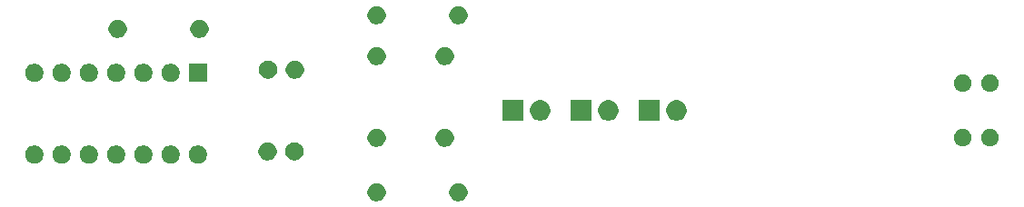
<source format=gbr>
%TF.GenerationSoftware,KiCad,Pcbnew,5.1.6-c6e7f7d~86~ubuntu18.04.1*%
%TF.CreationDate,2020-05-25T18:52:06+02:00*%
%TF.ProjectId,logical-probe-1,6c6f6769-6361-46c2-9d70-726f62652d31,1.0*%
%TF.SameCoordinates,PX3efb0c0PY9157080*%
%TF.FileFunction,Soldermask,Top*%
%TF.FilePolarity,Negative*%
%FSLAX46Y46*%
G04 Gerber Fmt 4.6, Leading zero omitted, Abs format (unit mm)*
G04 Created by KiCad (PCBNEW 5.1.6-c6e7f7d~86~ubuntu18.04.1) date 2020-05-25 18:52:06*
%MOMM*%
%LPD*%
G01*
G04 APERTURE LIST*
%ADD10C,0.150000*%
G04 APERTURE END LIST*
D10*
G36*
X76448228Y5898297D02*
G01*
X76603100Y5834147D01*
X76742481Y5741015D01*
X76861015Y5622481D01*
X76954147Y5483100D01*
X77018297Y5328228D01*
X77051000Y5163816D01*
X77051000Y4996184D01*
X77018297Y4831772D01*
X76954147Y4676900D01*
X76861015Y4537519D01*
X76742481Y4418985D01*
X76603100Y4325853D01*
X76448228Y4261703D01*
X76283816Y4229000D01*
X76116184Y4229000D01*
X75951772Y4261703D01*
X75796900Y4325853D01*
X75657519Y4418985D01*
X75538985Y4537519D01*
X75445853Y4676900D01*
X75381703Y4831772D01*
X75349000Y4996184D01*
X75349000Y5163816D01*
X75381703Y5328228D01*
X75445853Y5483100D01*
X75538985Y5622481D01*
X75657519Y5741015D01*
X75796900Y5834147D01*
X75951772Y5898297D01*
X76116184Y5931000D01*
X76283816Y5931000D01*
X76448228Y5898297D01*
G37*
G36*
X68828228Y5898297D02*
G01*
X68983100Y5834147D01*
X69122481Y5741015D01*
X69241015Y5622481D01*
X69334147Y5483100D01*
X69398297Y5328228D01*
X69431000Y5163816D01*
X69431000Y4996184D01*
X69398297Y4831772D01*
X69334147Y4676900D01*
X69241015Y4537519D01*
X69122481Y4418985D01*
X68983100Y4325853D01*
X68828228Y4261703D01*
X68663816Y4229000D01*
X68496184Y4229000D01*
X68331772Y4261703D01*
X68176900Y4325853D01*
X68037519Y4418985D01*
X67918985Y4537519D01*
X67825853Y4676900D01*
X67761703Y4831772D01*
X67729000Y4996184D01*
X67729000Y5163816D01*
X67761703Y5328228D01*
X67825853Y5483100D01*
X67918985Y5622481D01*
X68037519Y5741015D01*
X68176900Y5834147D01*
X68331772Y5898297D01*
X68496184Y5931000D01*
X68663816Y5931000D01*
X68828228Y5898297D01*
G37*
G36*
X39473228Y9403297D02*
G01*
X39628100Y9339147D01*
X39767481Y9246015D01*
X39886015Y9127481D01*
X39979147Y8988100D01*
X40043297Y8833228D01*
X40076000Y8668816D01*
X40076000Y8501184D01*
X40043297Y8336772D01*
X39979147Y8181900D01*
X39886015Y8042519D01*
X39767481Y7923985D01*
X39628100Y7830853D01*
X39473228Y7766703D01*
X39308816Y7734000D01*
X39141184Y7734000D01*
X38976772Y7766703D01*
X38821900Y7830853D01*
X38682519Y7923985D01*
X38563985Y8042519D01*
X38470853Y8181900D01*
X38406703Y8336772D01*
X38374000Y8501184D01*
X38374000Y8668816D01*
X38406703Y8833228D01*
X38470853Y8988100D01*
X38563985Y9127481D01*
X38682519Y9246015D01*
X38821900Y9339147D01*
X38976772Y9403297D01*
X39141184Y9436000D01*
X39308816Y9436000D01*
X39473228Y9403297D01*
G37*
G36*
X52173228Y9403297D02*
G01*
X52328100Y9339147D01*
X52467481Y9246015D01*
X52586015Y9127481D01*
X52679147Y8988100D01*
X52743297Y8833228D01*
X52776000Y8668816D01*
X52776000Y8501184D01*
X52743297Y8336772D01*
X52679147Y8181900D01*
X52586015Y8042519D01*
X52467481Y7923985D01*
X52328100Y7830853D01*
X52173228Y7766703D01*
X52008816Y7734000D01*
X51841184Y7734000D01*
X51676772Y7766703D01*
X51521900Y7830853D01*
X51382519Y7923985D01*
X51263985Y8042519D01*
X51170853Y8181900D01*
X51106703Y8336772D01*
X51074000Y8501184D01*
X51074000Y8668816D01*
X51106703Y8833228D01*
X51170853Y8988100D01*
X51263985Y9127481D01*
X51382519Y9246015D01*
X51521900Y9339147D01*
X51676772Y9403297D01*
X51841184Y9436000D01*
X52008816Y9436000D01*
X52173228Y9403297D01*
G37*
G36*
X49633228Y9403297D02*
G01*
X49788100Y9339147D01*
X49927481Y9246015D01*
X50046015Y9127481D01*
X50139147Y8988100D01*
X50203297Y8833228D01*
X50236000Y8668816D01*
X50236000Y8501184D01*
X50203297Y8336772D01*
X50139147Y8181900D01*
X50046015Y8042519D01*
X49927481Y7923985D01*
X49788100Y7830853D01*
X49633228Y7766703D01*
X49468816Y7734000D01*
X49301184Y7734000D01*
X49136772Y7766703D01*
X48981900Y7830853D01*
X48842519Y7923985D01*
X48723985Y8042519D01*
X48630853Y8181900D01*
X48566703Y8336772D01*
X48534000Y8501184D01*
X48534000Y8668816D01*
X48566703Y8833228D01*
X48630853Y8988100D01*
X48723985Y9127481D01*
X48842519Y9246015D01*
X48981900Y9339147D01*
X49136772Y9403297D01*
X49301184Y9436000D01*
X49468816Y9436000D01*
X49633228Y9403297D01*
G37*
G36*
X47093228Y9403297D02*
G01*
X47248100Y9339147D01*
X47387481Y9246015D01*
X47506015Y9127481D01*
X47599147Y8988100D01*
X47663297Y8833228D01*
X47696000Y8668816D01*
X47696000Y8501184D01*
X47663297Y8336772D01*
X47599147Y8181900D01*
X47506015Y8042519D01*
X47387481Y7923985D01*
X47248100Y7830853D01*
X47093228Y7766703D01*
X46928816Y7734000D01*
X46761184Y7734000D01*
X46596772Y7766703D01*
X46441900Y7830853D01*
X46302519Y7923985D01*
X46183985Y8042519D01*
X46090853Y8181900D01*
X46026703Y8336772D01*
X45994000Y8501184D01*
X45994000Y8668816D01*
X46026703Y8833228D01*
X46090853Y8988100D01*
X46183985Y9127481D01*
X46302519Y9246015D01*
X46441900Y9339147D01*
X46596772Y9403297D01*
X46761184Y9436000D01*
X46928816Y9436000D01*
X47093228Y9403297D01*
G37*
G36*
X44553228Y9403297D02*
G01*
X44708100Y9339147D01*
X44847481Y9246015D01*
X44966015Y9127481D01*
X45059147Y8988100D01*
X45123297Y8833228D01*
X45156000Y8668816D01*
X45156000Y8501184D01*
X45123297Y8336772D01*
X45059147Y8181900D01*
X44966015Y8042519D01*
X44847481Y7923985D01*
X44708100Y7830853D01*
X44553228Y7766703D01*
X44388816Y7734000D01*
X44221184Y7734000D01*
X44056772Y7766703D01*
X43901900Y7830853D01*
X43762519Y7923985D01*
X43643985Y8042519D01*
X43550853Y8181900D01*
X43486703Y8336772D01*
X43454000Y8501184D01*
X43454000Y8668816D01*
X43486703Y8833228D01*
X43550853Y8988100D01*
X43643985Y9127481D01*
X43762519Y9246015D01*
X43901900Y9339147D01*
X44056772Y9403297D01*
X44221184Y9436000D01*
X44388816Y9436000D01*
X44553228Y9403297D01*
G37*
G36*
X42013228Y9403297D02*
G01*
X42168100Y9339147D01*
X42307481Y9246015D01*
X42426015Y9127481D01*
X42519147Y8988100D01*
X42583297Y8833228D01*
X42616000Y8668816D01*
X42616000Y8501184D01*
X42583297Y8336772D01*
X42519147Y8181900D01*
X42426015Y8042519D01*
X42307481Y7923985D01*
X42168100Y7830853D01*
X42013228Y7766703D01*
X41848816Y7734000D01*
X41681184Y7734000D01*
X41516772Y7766703D01*
X41361900Y7830853D01*
X41222519Y7923985D01*
X41103985Y8042519D01*
X41010853Y8181900D01*
X40946703Y8336772D01*
X40914000Y8501184D01*
X40914000Y8668816D01*
X40946703Y8833228D01*
X41010853Y8988100D01*
X41103985Y9127481D01*
X41222519Y9246015D01*
X41361900Y9339147D01*
X41516772Y9403297D01*
X41681184Y9436000D01*
X41848816Y9436000D01*
X42013228Y9403297D01*
G37*
G36*
X36933228Y9403297D02*
G01*
X37088100Y9339147D01*
X37227481Y9246015D01*
X37346015Y9127481D01*
X37439147Y8988100D01*
X37503297Y8833228D01*
X37536000Y8668816D01*
X37536000Y8501184D01*
X37503297Y8336772D01*
X37439147Y8181900D01*
X37346015Y8042519D01*
X37227481Y7923985D01*
X37088100Y7830853D01*
X36933228Y7766703D01*
X36768816Y7734000D01*
X36601184Y7734000D01*
X36436772Y7766703D01*
X36281900Y7830853D01*
X36142519Y7923985D01*
X36023985Y8042519D01*
X35930853Y8181900D01*
X35866703Y8336772D01*
X35834000Y8501184D01*
X35834000Y8668816D01*
X35866703Y8833228D01*
X35930853Y8988100D01*
X36023985Y9127481D01*
X36142519Y9246015D01*
X36281900Y9339147D01*
X36436772Y9403297D01*
X36601184Y9436000D01*
X36768816Y9436000D01*
X36933228Y9403297D01*
G37*
G36*
X58668228Y9708297D02*
G01*
X58823100Y9644147D01*
X58962481Y9551015D01*
X59081015Y9432481D01*
X59174147Y9293100D01*
X59238297Y9138228D01*
X59271000Y8973816D01*
X59271000Y8806184D01*
X59238297Y8641772D01*
X59174147Y8486900D01*
X59081015Y8347519D01*
X58962481Y8228985D01*
X58823100Y8135853D01*
X58668228Y8071703D01*
X58503816Y8039000D01*
X58336184Y8039000D01*
X58171772Y8071703D01*
X58016900Y8135853D01*
X57877519Y8228985D01*
X57758985Y8347519D01*
X57665853Y8486900D01*
X57601703Y8641772D01*
X57569000Y8806184D01*
X57569000Y8973816D01*
X57601703Y9138228D01*
X57665853Y9293100D01*
X57758985Y9432481D01*
X57877519Y9551015D01*
X58016900Y9644147D01*
X58171772Y9708297D01*
X58336184Y9741000D01*
X58503816Y9741000D01*
X58668228Y9708297D01*
G37*
G36*
X61168228Y9708297D02*
G01*
X61323100Y9644147D01*
X61462481Y9551015D01*
X61581015Y9432481D01*
X61674147Y9293100D01*
X61738297Y9138228D01*
X61771000Y8973816D01*
X61771000Y8806184D01*
X61738297Y8641772D01*
X61674147Y8486900D01*
X61581015Y8347519D01*
X61462481Y8228985D01*
X61323100Y8135853D01*
X61168228Y8071703D01*
X61003816Y8039000D01*
X60836184Y8039000D01*
X60671772Y8071703D01*
X60516900Y8135853D01*
X60377519Y8228985D01*
X60258985Y8347519D01*
X60165853Y8486900D01*
X60101703Y8641772D01*
X60069000Y8806184D01*
X60069000Y8973816D01*
X60101703Y9138228D01*
X60165853Y9293100D01*
X60258985Y9432481D01*
X60377519Y9551015D01*
X60516900Y9644147D01*
X60671772Y9708297D01*
X60836184Y9741000D01*
X61003816Y9741000D01*
X61168228Y9708297D01*
G37*
G36*
X75178228Y10978297D02*
G01*
X75333100Y10914147D01*
X75472481Y10821015D01*
X75591015Y10702481D01*
X75684147Y10563100D01*
X75748297Y10408228D01*
X75781000Y10243816D01*
X75781000Y10076184D01*
X75748297Y9911772D01*
X75684147Y9756900D01*
X75591015Y9617519D01*
X75472481Y9498985D01*
X75333100Y9405853D01*
X75178228Y9341703D01*
X75013816Y9309000D01*
X74846184Y9309000D01*
X74681772Y9341703D01*
X74526900Y9405853D01*
X74387519Y9498985D01*
X74268985Y9617519D01*
X74175853Y9756900D01*
X74111703Y9911772D01*
X74079000Y10076184D01*
X74079000Y10243816D01*
X74111703Y10408228D01*
X74175853Y10563100D01*
X74268985Y10702481D01*
X74387519Y10821015D01*
X74526900Y10914147D01*
X74681772Y10978297D01*
X74846184Y11011000D01*
X75013816Y11011000D01*
X75178228Y10978297D01*
G37*
G36*
X68828228Y10978297D02*
G01*
X68983100Y10914147D01*
X69122481Y10821015D01*
X69241015Y10702481D01*
X69334147Y10563100D01*
X69398297Y10408228D01*
X69431000Y10243816D01*
X69431000Y10076184D01*
X69398297Y9911772D01*
X69334147Y9756900D01*
X69241015Y9617519D01*
X69122481Y9498985D01*
X68983100Y9405853D01*
X68828228Y9341703D01*
X68663816Y9309000D01*
X68496184Y9309000D01*
X68331772Y9341703D01*
X68176900Y9405853D01*
X68037519Y9498985D01*
X67918985Y9617519D01*
X67825853Y9756900D01*
X67761703Y9911772D01*
X67729000Y10076184D01*
X67729000Y10243816D01*
X67761703Y10408228D01*
X67825853Y10563100D01*
X67918985Y10702481D01*
X68037519Y10821015D01*
X68176900Y10914147D01*
X68331772Y10978297D01*
X68496184Y11011000D01*
X68663816Y11011000D01*
X68828228Y10978297D01*
G37*
G36*
X123427142Y10941758D02*
G01*
X123575101Y10880471D01*
X123708255Y10791501D01*
X123821501Y10678255D01*
X123910471Y10545101D01*
X123971758Y10397142D01*
X124003000Y10240075D01*
X124003000Y10079925D01*
X123971758Y9922858D01*
X123910471Y9774899D01*
X123821501Y9641745D01*
X123708255Y9528499D01*
X123575101Y9439529D01*
X123427142Y9378242D01*
X123270075Y9347000D01*
X123109925Y9347000D01*
X122952858Y9378242D01*
X122804899Y9439529D01*
X122671745Y9528499D01*
X122558499Y9641745D01*
X122469529Y9774899D01*
X122408242Y9922858D01*
X122377000Y10079925D01*
X122377000Y10240075D01*
X122408242Y10397142D01*
X122469529Y10545101D01*
X122558499Y10678255D01*
X122671745Y10791501D01*
X122804899Y10880471D01*
X122952858Y10941758D01*
X123109925Y10973000D01*
X123270075Y10973000D01*
X123427142Y10941758D01*
G37*
G36*
X125967142Y10941758D02*
G01*
X126115101Y10880471D01*
X126248255Y10791501D01*
X126361501Y10678255D01*
X126450471Y10545101D01*
X126511758Y10397142D01*
X126543000Y10240075D01*
X126543000Y10079925D01*
X126511758Y9922858D01*
X126450471Y9774899D01*
X126361501Y9641745D01*
X126248255Y9528499D01*
X126115101Y9439529D01*
X125967142Y9378242D01*
X125810075Y9347000D01*
X125649925Y9347000D01*
X125492858Y9378242D01*
X125344899Y9439529D01*
X125211745Y9528499D01*
X125098499Y9641745D01*
X125009529Y9774899D01*
X124948242Y9922858D01*
X124917000Y10079925D01*
X124917000Y10240075D01*
X124948242Y10397142D01*
X125009529Y10545101D01*
X125098499Y10678255D01*
X125211745Y10791501D01*
X125344899Y10880471D01*
X125492858Y10941758D01*
X125649925Y10973000D01*
X125810075Y10973000D01*
X125967142Y10941758D01*
G37*
G36*
X84097395Y13614454D02*
G01*
X84270466Y13542766D01*
X84270467Y13542765D01*
X84426227Y13438690D01*
X84558690Y13306227D01*
X84558691Y13306225D01*
X84662766Y13150466D01*
X84734454Y12977395D01*
X84771000Y12793667D01*
X84771000Y12606333D01*
X84734454Y12422605D01*
X84662766Y12249534D01*
X84662765Y12249533D01*
X84558690Y12093773D01*
X84426227Y11961310D01*
X84347818Y11908919D01*
X84270466Y11857234D01*
X84097395Y11785546D01*
X83913667Y11749000D01*
X83726333Y11749000D01*
X83542605Y11785546D01*
X83369534Y11857234D01*
X83292182Y11908919D01*
X83213773Y11961310D01*
X83081310Y12093773D01*
X82977235Y12249533D01*
X82977234Y12249534D01*
X82905546Y12422605D01*
X82869000Y12606333D01*
X82869000Y12793667D01*
X82905546Y12977395D01*
X82977234Y13150466D01*
X83081309Y13306225D01*
X83081310Y13306227D01*
X83213773Y13438690D01*
X83369533Y13542765D01*
X83369534Y13542766D01*
X83542605Y13614454D01*
X83726333Y13651000D01*
X83913667Y13651000D01*
X84097395Y13614454D01*
G37*
G36*
X82231000Y11749000D02*
G01*
X80329000Y11749000D01*
X80329000Y13651000D01*
X82231000Y13651000D01*
X82231000Y11749000D01*
G37*
G36*
X90447395Y13614454D02*
G01*
X90620466Y13542766D01*
X90620467Y13542765D01*
X90776227Y13438690D01*
X90908690Y13306227D01*
X90908691Y13306225D01*
X91012766Y13150466D01*
X91084454Y12977395D01*
X91121000Y12793667D01*
X91121000Y12606333D01*
X91084454Y12422605D01*
X91012766Y12249534D01*
X91012765Y12249533D01*
X90908690Y12093773D01*
X90776227Y11961310D01*
X90697818Y11908919D01*
X90620466Y11857234D01*
X90447395Y11785546D01*
X90263667Y11749000D01*
X90076333Y11749000D01*
X89892605Y11785546D01*
X89719534Y11857234D01*
X89642182Y11908919D01*
X89563773Y11961310D01*
X89431310Y12093773D01*
X89327235Y12249533D01*
X89327234Y12249534D01*
X89255546Y12422605D01*
X89219000Y12606333D01*
X89219000Y12793667D01*
X89255546Y12977395D01*
X89327234Y13150466D01*
X89431309Y13306225D01*
X89431310Y13306227D01*
X89563773Y13438690D01*
X89719533Y13542765D01*
X89719534Y13542766D01*
X89892605Y13614454D01*
X90076333Y13651000D01*
X90263667Y13651000D01*
X90447395Y13614454D01*
G37*
G36*
X94931000Y11749000D02*
G01*
X93029000Y11749000D01*
X93029000Y13651000D01*
X94931000Y13651000D01*
X94931000Y11749000D01*
G37*
G36*
X96797395Y13614454D02*
G01*
X96970466Y13542766D01*
X96970467Y13542765D01*
X97126227Y13438690D01*
X97258690Y13306227D01*
X97258691Y13306225D01*
X97362766Y13150466D01*
X97434454Y12977395D01*
X97471000Y12793667D01*
X97471000Y12606333D01*
X97434454Y12422605D01*
X97362766Y12249534D01*
X97362765Y12249533D01*
X97258690Y12093773D01*
X97126227Y11961310D01*
X97047818Y11908919D01*
X96970466Y11857234D01*
X96797395Y11785546D01*
X96613667Y11749000D01*
X96426333Y11749000D01*
X96242605Y11785546D01*
X96069534Y11857234D01*
X95992182Y11908919D01*
X95913773Y11961310D01*
X95781310Y12093773D01*
X95677235Y12249533D01*
X95677234Y12249534D01*
X95605546Y12422605D01*
X95569000Y12606333D01*
X95569000Y12793667D01*
X95605546Y12977395D01*
X95677234Y13150466D01*
X95781309Y13306225D01*
X95781310Y13306227D01*
X95913773Y13438690D01*
X96069533Y13542765D01*
X96069534Y13542766D01*
X96242605Y13614454D01*
X96426333Y13651000D01*
X96613667Y13651000D01*
X96797395Y13614454D01*
G37*
G36*
X88581000Y11749000D02*
G01*
X86679000Y11749000D01*
X86679000Y13651000D01*
X88581000Y13651000D01*
X88581000Y11749000D01*
G37*
G36*
X125967142Y16021758D02*
G01*
X126115101Y15960471D01*
X126248255Y15871501D01*
X126361501Y15758255D01*
X126450471Y15625101D01*
X126511758Y15477142D01*
X126543000Y15320075D01*
X126543000Y15159925D01*
X126511758Y15002858D01*
X126450471Y14854899D01*
X126361501Y14721745D01*
X126248255Y14608499D01*
X126115101Y14519529D01*
X125967142Y14458242D01*
X125810075Y14427000D01*
X125649925Y14427000D01*
X125492858Y14458242D01*
X125344899Y14519529D01*
X125211745Y14608499D01*
X125098499Y14721745D01*
X125009529Y14854899D01*
X124948242Y15002858D01*
X124917000Y15159925D01*
X124917000Y15320075D01*
X124948242Y15477142D01*
X125009529Y15625101D01*
X125098499Y15758255D01*
X125211745Y15871501D01*
X125344899Y15960471D01*
X125492858Y16021758D01*
X125649925Y16053000D01*
X125810075Y16053000D01*
X125967142Y16021758D01*
G37*
G36*
X123427142Y16021758D02*
G01*
X123575101Y15960471D01*
X123708255Y15871501D01*
X123821501Y15758255D01*
X123910471Y15625101D01*
X123971758Y15477142D01*
X124003000Y15320075D01*
X124003000Y15159925D01*
X123971758Y15002858D01*
X123910471Y14854899D01*
X123821501Y14721745D01*
X123708255Y14608499D01*
X123575101Y14519529D01*
X123427142Y14458242D01*
X123270075Y14427000D01*
X123109925Y14427000D01*
X122952858Y14458242D01*
X122804899Y14519529D01*
X122671745Y14608499D01*
X122558499Y14721745D01*
X122469529Y14854899D01*
X122408242Y15002858D01*
X122377000Y15159925D01*
X122377000Y15320075D01*
X122408242Y15477142D01*
X122469529Y15625101D01*
X122558499Y15758255D01*
X122671745Y15871501D01*
X122804899Y15960471D01*
X122952858Y16021758D01*
X123109925Y16053000D01*
X123270075Y16053000D01*
X123427142Y16021758D01*
G37*
G36*
X47093228Y17023297D02*
G01*
X47248100Y16959147D01*
X47387481Y16866015D01*
X47506015Y16747481D01*
X47599147Y16608100D01*
X47663297Y16453228D01*
X47696000Y16288816D01*
X47696000Y16121184D01*
X47663297Y15956772D01*
X47599147Y15801900D01*
X47506015Y15662519D01*
X47387481Y15543985D01*
X47248100Y15450853D01*
X47093228Y15386703D01*
X46928816Y15354000D01*
X46761184Y15354000D01*
X46596772Y15386703D01*
X46441900Y15450853D01*
X46302519Y15543985D01*
X46183985Y15662519D01*
X46090853Y15801900D01*
X46026703Y15956772D01*
X45994000Y16121184D01*
X45994000Y16288816D01*
X46026703Y16453228D01*
X46090853Y16608100D01*
X46183985Y16747481D01*
X46302519Y16866015D01*
X46441900Y16959147D01*
X46596772Y17023297D01*
X46761184Y17056000D01*
X46928816Y17056000D01*
X47093228Y17023297D01*
G37*
G36*
X52776000Y15354000D02*
G01*
X51074000Y15354000D01*
X51074000Y17056000D01*
X52776000Y17056000D01*
X52776000Y15354000D01*
G37*
G36*
X44553228Y17023297D02*
G01*
X44708100Y16959147D01*
X44847481Y16866015D01*
X44966015Y16747481D01*
X45059147Y16608100D01*
X45123297Y16453228D01*
X45156000Y16288816D01*
X45156000Y16121184D01*
X45123297Y15956772D01*
X45059147Y15801900D01*
X44966015Y15662519D01*
X44847481Y15543985D01*
X44708100Y15450853D01*
X44553228Y15386703D01*
X44388816Y15354000D01*
X44221184Y15354000D01*
X44056772Y15386703D01*
X43901900Y15450853D01*
X43762519Y15543985D01*
X43643985Y15662519D01*
X43550853Y15801900D01*
X43486703Y15956772D01*
X43454000Y16121184D01*
X43454000Y16288816D01*
X43486703Y16453228D01*
X43550853Y16608100D01*
X43643985Y16747481D01*
X43762519Y16866015D01*
X43901900Y16959147D01*
X44056772Y17023297D01*
X44221184Y17056000D01*
X44388816Y17056000D01*
X44553228Y17023297D01*
G37*
G36*
X42013228Y17023297D02*
G01*
X42168100Y16959147D01*
X42307481Y16866015D01*
X42426015Y16747481D01*
X42519147Y16608100D01*
X42583297Y16453228D01*
X42616000Y16288816D01*
X42616000Y16121184D01*
X42583297Y15956772D01*
X42519147Y15801900D01*
X42426015Y15662519D01*
X42307481Y15543985D01*
X42168100Y15450853D01*
X42013228Y15386703D01*
X41848816Y15354000D01*
X41681184Y15354000D01*
X41516772Y15386703D01*
X41361900Y15450853D01*
X41222519Y15543985D01*
X41103985Y15662519D01*
X41010853Y15801900D01*
X40946703Y15956772D01*
X40914000Y16121184D01*
X40914000Y16288816D01*
X40946703Y16453228D01*
X41010853Y16608100D01*
X41103985Y16747481D01*
X41222519Y16866015D01*
X41361900Y16959147D01*
X41516772Y17023297D01*
X41681184Y17056000D01*
X41848816Y17056000D01*
X42013228Y17023297D01*
G37*
G36*
X39473228Y17023297D02*
G01*
X39628100Y16959147D01*
X39767481Y16866015D01*
X39886015Y16747481D01*
X39979147Y16608100D01*
X40043297Y16453228D01*
X40076000Y16288816D01*
X40076000Y16121184D01*
X40043297Y15956772D01*
X39979147Y15801900D01*
X39886015Y15662519D01*
X39767481Y15543985D01*
X39628100Y15450853D01*
X39473228Y15386703D01*
X39308816Y15354000D01*
X39141184Y15354000D01*
X38976772Y15386703D01*
X38821900Y15450853D01*
X38682519Y15543985D01*
X38563985Y15662519D01*
X38470853Y15801900D01*
X38406703Y15956772D01*
X38374000Y16121184D01*
X38374000Y16288816D01*
X38406703Y16453228D01*
X38470853Y16608100D01*
X38563985Y16747481D01*
X38682519Y16866015D01*
X38821900Y16959147D01*
X38976772Y17023297D01*
X39141184Y17056000D01*
X39308816Y17056000D01*
X39473228Y17023297D01*
G37*
G36*
X36933228Y17023297D02*
G01*
X37088100Y16959147D01*
X37227481Y16866015D01*
X37346015Y16747481D01*
X37439147Y16608100D01*
X37503297Y16453228D01*
X37536000Y16288816D01*
X37536000Y16121184D01*
X37503297Y15956772D01*
X37439147Y15801900D01*
X37346015Y15662519D01*
X37227481Y15543985D01*
X37088100Y15450853D01*
X36933228Y15386703D01*
X36768816Y15354000D01*
X36601184Y15354000D01*
X36436772Y15386703D01*
X36281900Y15450853D01*
X36142519Y15543985D01*
X36023985Y15662519D01*
X35930853Y15801900D01*
X35866703Y15956772D01*
X35834000Y16121184D01*
X35834000Y16288816D01*
X35866703Y16453228D01*
X35930853Y16608100D01*
X36023985Y16747481D01*
X36142519Y16866015D01*
X36281900Y16959147D01*
X36436772Y17023297D01*
X36601184Y17056000D01*
X36768816Y17056000D01*
X36933228Y17023297D01*
G37*
G36*
X49633228Y17023297D02*
G01*
X49788100Y16959147D01*
X49927481Y16866015D01*
X50046015Y16747481D01*
X50139147Y16608100D01*
X50203297Y16453228D01*
X50236000Y16288816D01*
X50236000Y16121184D01*
X50203297Y15956772D01*
X50139147Y15801900D01*
X50046015Y15662519D01*
X49927481Y15543985D01*
X49788100Y15450853D01*
X49633228Y15386703D01*
X49468816Y15354000D01*
X49301184Y15354000D01*
X49136772Y15386703D01*
X48981900Y15450853D01*
X48842519Y15543985D01*
X48723985Y15662519D01*
X48630853Y15801900D01*
X48566703Y15956772D01*
X48534000Y16121184D01*
X48534000Y16288816D01*
X48566703Y16453228D01*
X48630853Y16608100D01*
X48723985Y16747481D01*
X48842519Y16866015D01*
X48981900Y16959147D01*
X49136772Y17023297D01*
X49301184Y17056000D01*
X49468816Y17056000D01*
X49633228Y17023297D01*
G37*
G36*
X61208228Y17328297D02*
G01*
X61363100Y17264147D01*
X61502481Y17171015D01*
X61621015Y17052481D01*
X61714147Y16913100D01*
X61778297Y16758228D01*
X61811000Y16593816D01*
X61811000Y16426184D01*
X61778297Y16261772D01*
X61714147Y16106900D01*
X61621015Y15967519D01*
X61502481Y15848985D01*
X61363100Y15755853D01*
X61208228Y15691703D01*
X61043816Y15659000D01*
X60876184Y15659000D01*
X60711772Y15691703D01*
X60556900Y15755853D01*
X60417519Y15848985D01*
X60298985Y15967519D01*
X60205853Y16106900D01*
X60141703Y16261772D01*
X60109000Y16426184D01*
X60109000Y16593816D01*
X60141703Y16758228D01*
X60205853Y16913100D01*
X60298985Y17052481D01*
X60417519Y17171015D01*
X60556900Y17264147D01*
X60711772Y17328297D01*
X60876184Y17361000D01*
X61043816Y17361000D01*
X61208228Y17328297D01*
G37*
G36*
X58708228Y17328297D02*
G01*
X58863100Y17264147D01*
X59002481Y17171015D01*
X59121015Y17052481D01*
X59214147Y16913100D01*
X59278297Y16758228D01*
X59311000Y16593816D01*
X59311000Y16426184D01*
X59278297Y16261772D01*
X59214147Y16106900D01*
X59121015Y15967519D01*
X59002481Y15848985D01*
X58863100Y15755853D01*
X58708228Y15691703D01*
X58543816Y15659000D01*
X58376184Y15659000D01*
X58211772Y15691703D01*
X58056900Y15755853D01*
X57917519Y15848985D01*
X57798985Y15967519D01*
X57705853Y16106900D01*
X57641703Y16261772D01*
X57609000Y16426184D01*
X57609000Y16593816D01*
X57641703Y16758228D01*
X57705853Y16913100D01*
X57798985Y17052481D01*
X57917519Y17171015D01*
X58056900Y17264147D01*
X58211772Y17328297D01*
X58376184Y17361000D01*
X58543816Y17361000D01*
X58708228Y17328297D01*
G37*
G36*
X75178228Y18598297D02*
G01*
X75333100Y18534147D01*
X75472481Y18441015D01*
X75591015Y18322481D01*
X75684147Y18183100D01*
X75748297Y18028228D01*
X75781000Y17863816D01*
X75781000Y17696184D01*
X75748297Y17531772D01*
X75684147Y17376900D01*
X75591015Y17237519D01*
X75472481Y17118985D01*
X75333100Y17025853D01*
X75178228Y16961703D01*
X75013816Y16929000D01*
X74846184Y16929000D01*
X74681772Y16961703D01*
X74526900Y17025853D01*
X74387519Y17118985D01*
X74268985Y17237519D01*
X74175853Y17376900D01*
X74111703Y17531772D01*
X74079000Y17696184D01*
X74079000Y17863816D01*
X74111703Y18028228D01*
X74175853Y18183100D01*
X74268985Y18322481D01*
X74387519Y18441015D01*
X74526900Y18534147D01*
X74681772Y18598297D01*
X74846184Y18631000D01*
X75013816Y18631000D01*
X75178228Y18598297D01*
G37*
G36*
X68828228Y18598297D02*
G01*
X68983100Y18534147D01*
X69122481Y18441015D01*
X69241015Y18322481D01*
X69334147Y18183100D01*
X69398297Y18028228D01*
X69431000Y17863816D01*
X69431000Y17696184D01*
X69398297Y17531772D01*
X69334147Y17376900D01*
X69241015Y17237519D01*
X69122481Y17118985D01*
X68983100Y17025853D01*
X68828228Y16961703D01*
X68663816Y16929000D01*
X68496184Y16929000D01*
X68331772Y16961703D01*
X68176900Y17025853D01*
X68037519Y17118985D01*
X67918985Y17237519D01*
X67825853Y17376900D01*
X67761703Y17531772D01*
X67729000Y17696184D01*
X67729000Y17863816D01*
X67761703Y18028228D01*
X67825853Y18183100D01*
X67918985Y18322481D01*
X68037519Y18441015D01*
X68176900Y18534147D01*
X68331772Y18598297D01*
X68496184Y18631000D01*
X68663816Y18631000D01*
X68828228Y18598297D01*
G37*
G36*
X52318228Y21138297D02*
G01*
X52473100Y21074147D01*
X52612481Y20981015D01*
X52731015Y20862481D01*
X52824147Y20723100D01*
X52888297Y20568228D01*
X52921000Y20403816D01*
X52921000Y20236184D01*
X52888297Y20071772D01*
X52824147Y19916900D01*
X52731015Y19777519D01*
X52612481Y19658985D01*
X52473100Y19565853D01*
X52318228Y19501703D01*
X52153816Y19469000D01*
X51986184Y19469000D01*
X51821772Y19501703D01*
X51666900Y19565853D01*
X51527519Y19658985D01*
X51408985Y19777519D01*
X51315853Y19916900D01*
X51251703Y20071772D01*
X51219000Y20236184D01*
X51219000Y20403816D01*
X51251703Y20568228D01*
X51315853Y20723100D01*
X51408985Y20862481D01*
X51527519Y20981015D01*
X51666900Y21074147D01*
X51821772Y21138297D01*
X51986184Y21171000D01*
X52153816Y21171000D01*
X52318228Y21138297D01*
G37*
G36*
X44698228Y21138297D02*
G01*
X44853100Y21074147D01*
X44992481Y20981015D01*
X45111015Y20862481D01*
X45204147Y20723100D01*
X45268297Y20568228D01*
X45301000Y20403816D01*
X45301000Y20236184D01*
X45268297Y20071772D01*
X45204147Y19916900D01*
X45111015Y19777519D01*
X44992481Y19658985D01*
X44853100Y19565853D01*
X44698228Y19501703D01*
X44533816Y19469000D01*
X44366184Y19469000D01*
X44201772Y19501703D01*
X44046900Y19565853D01*
X43907519Y19658985D01*
X43788985Y19777519D01*
X43695853Y19916900D01*
X43631703Y20071772D01*
X43599000Y20236184D01*
X43599000Y20403816D01*
X43631703Y20568228D01*
X43695853Y20723100D01*
X43788985Y20862481D01*
X43907519Y20981015D01*
X44046900Y21074147D01*
X44201772Y21138297D01*
X44366184Y21171000D01*
X44533816Y21171000D01*
X44698228Y21138297D01*
G37*
G36*
X76448228Y22408297D02*
G01*
X76603100Y22344147D01*
X76742481Y22251015D01*
X76861015Y22132481D01*
X76954147Y21993100D01*
X77018297Y21838228D01*
X77051000Y21673816D01*
X77051000Y21506184D01*
X77018297Y21341772D01*
X76954147Y21186900D01*
X76861015Y21047519D01*
X76742481Y20928985D01*
X76603100Y20835853D01*
X76448228Y20771703D01*
X76283816Y20739000D01*
X76116184Y20739000D01*
X75951772Y20771703D01*
X75796900Y20835853D01*
X75657519Y20928985D01*
X75538985Y21047519D01*
X75445853Y21186900D01*
X75381703Y21341772D01*
X75349000Y21506184D01*
X75349000Y21673816D01*
X75381703Y21838228D01*
X75445853Y21993100D01*
X75538985Y22132481D01*
X75657519Y22251015D01*
X75796900Y22344147D01*
X75951772Y22408297D01*
X76116184Y22441000D01*
X76283816Y22441000D01*
X76448228Y22408297D01*
G37*
G36*
X68828228Y22408297D02*
G01*
X68983100Y22344147D01*
X69122481Y22251015D01*
X69241015Y22132481D01*
X69334147Y21993100D01*
X69398297Y21838228D01*
X69431000Y21673816D01*
X69431000Y21506184D01*
X69398297Y21341772D01*
X69334147Y21186900D01*
X69241015Y21047519D01*
X69122481Y20928985D01*
X68983100Y20835853D01*
X68828228Y20771703D01*
X68663816Y20739000D01*
X68496184Y20739000D01*
X68331772Y20771703D01*
X68176900Y20835853D01*
X68037519Y20928985D01*
X67918985Y21047519D01*
X67825853Y21186900D01*
X67761703Y21341772D01*
X67729000Y21506184D01*
X67729000Y21673816D01*
X67761703Y21838228D01*
X67825853Y21993100D01*
X67918985Y22132481D01*
X68037519Y22251015D01*
X68176900Y22344147D01*
X68331772Y22408297D01*
X68496184Y22441000D01*
X68663816Y22441000D01*
X68828228Y22408297D01*
G37*
M02*

</source>
